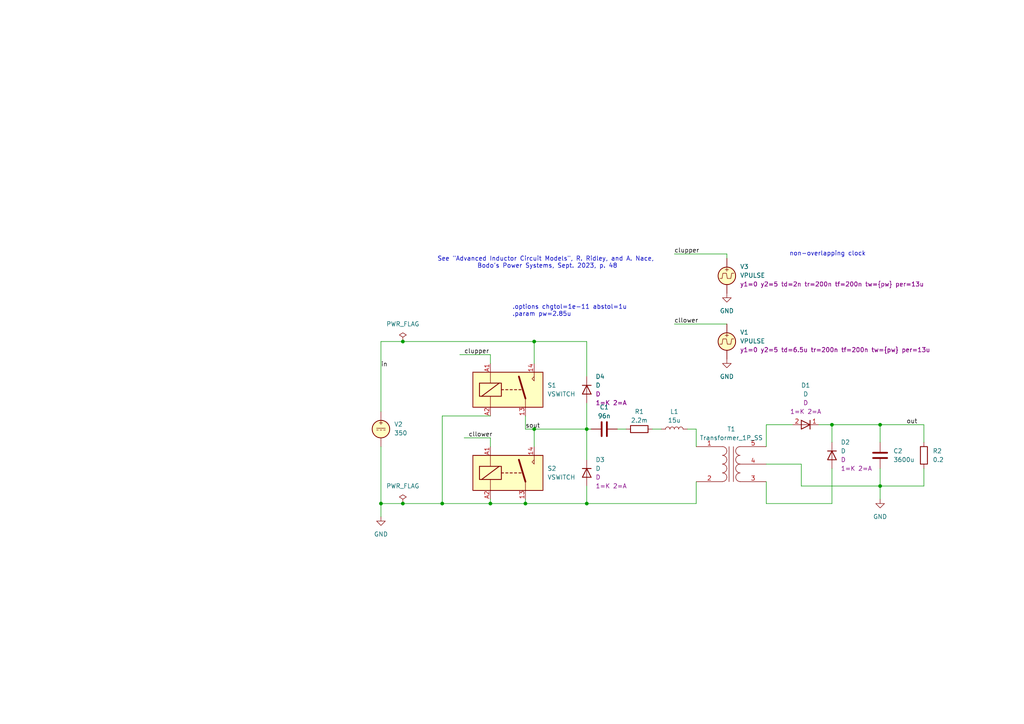
<source format=kicad_sch>
(kicad_sch (version 20230819) (generator eeschema)
  (paper "A4")
  (title_block (title "350 to 12 V, unregulated simple LLC converter") (company "Holger Vogt"))
  (lib_symbols
    (symbol "D_1" (pin_names (offset 1.016) hide)
      (property "Reference" "D" (at 0 2.54 0))
      (property "Value" "D" (at 0 -2.54 0))
      (property "Sim.Device" "D" (at 0 0 0))
      (property "Sim.Pins" "1=K 2=A" (at 0 0 0))
      (symbol "D_1_0_1"
        (polyline (pts (xy -1.27 1.27) (xy -1.27 -1.27)) (stroke (width 0.254)))
        (polyline (pts (xy 1.27 0) (xy -1.27 0)))
        (polyline (pts (xy 1.27 1.27) (xy 1.27 -1.27) (xy -1.27 0) (xy 1.27 1.27)) (stroke (width 0.254)))
      )
      (symbol "D_1_1_1"
        (pin passive line (at -3.81 0 0) (length 2.54) (name "K") (number "1"))
        (pin passive line (at 3.81 0 180) (length 2.54) (name "A") (number "2"))
      )
    )
    (symbol "Device:C" (pin_numbers hide) (pin_names (offset 0.254))
      (property "Reference" "C" (at 0.635 2.54 0))
      (property "Value" "C" (at 0.635 -2.54 0))
      (symbol "C_0_1"
        (polyline (pts (xy -2.032 -0.762) (xy 2.032 -0.762)) (stroke (width 0.508)))
        (polyline (pts (xy -2.032 0.762) (xy 2.032 0.762)) (stroke (width 0.508)))
      )
      (symbol "C_1_1"
        (pin passive line (at 0 3.81 270) (length 2.794) (name "~") (number "1"))
        (pin passive line (at 0 -3.81 90) (length 2.794) (name "~") (number "2"))
      )
    )
    (symbol "Device:L" (pin_numbers hide) (pin_names (offset 1.016) hide)
      (property "Reference" "L" (at -1.27 0 90))
      (property "Value" "L" (at 1.905 0 90))
      (symbol "L_0_1"
        (arc (start 0 -2.54) (mid 0.6323 -1.905) (end 0 -1.27))
        (arc (start 0 -1.27) (mid 0.6323 -0.635) (end 0 0))
        (arc (start 0 0) (mid 0.6323 0.635) (end 0 1.27))
        (arc (start 0 1.27) (mid 0.6323 1.905) (end 0 2.54))
      )
      (symbol "L_1_1"
        (pin passive line (at 0 3.81 270) (length 1.27) (name "1") (number "1"))
        (pin passive line (at 0 -3.81 90) (length 1.27) (name "2") (number "2"))
      )
    )
    (symbol "Device:R" (pin_numbers hide) (pin_names (offset 0))
      (property "Reference" "R" (at 2.032 0 90))
      (property "Value" "R" (at 0 0 90))
      (symbol "R_0_1"
        (rectangle (start -1.016 -2.54) (end 1.016 2.54) (stroke (width 0.254)))
      )
      (symbol "R_1_1"
        (pin passive line (at 0 3.81 270) (length 1.27) (name "~") (number "1"))
        (pin passive line (at 0 -3.81 90) (length 1.27) (name "~") (number "2"))
      )
    )
    (symbol "Device:Transformer_1P_SS" (pin_names (offset 1.016) hide)
      (property "Reference" "T" (at 0 6.35 0))
      (property "Value" "Transformer_1P_SS" (at 0 -7.62 0))
      (symbol "Transformer_1P_SS_0_1"
        (arc (start -2.54 -5.0546) (mid -1.6599 -4.6901) (end -1.27 -3.81))
        (arc (start -2.54 -2.5146) (mid -1.6599 -2.1501) (end -1.27 -1.27))
        (arc (start -2.54 0.0254) (mid -1.6599 0.3899) (end -1.27 1.27))
        (arc (start -2.54 2.5654) (mid -1.6599 2.9299) (end -1.27 3.81))
        (arc (start -1.27 -3.81) (mid -1.642 -2.912) (end -2.54 -2.54))
        (arc (start -1.27 -1.27) (mid -1.642 -0.372) (end -2.54 0))
        (arc (start -1.27 1.27) (mid -1.642 2.168) (end -2.54 2.54))
        (arc (start -1.27 3.81) (mid -1.642 4.708) (end -2.54 5.08))
        (polyline (pts (xy -0.635 5.08) (xy -0.635 -5.08)))
        (polyline (pts (xy 0.635 -5.08) (xy 0.635 5.08)))
        (arc (start 1.2954 -1.27) (mid 1.6599 -2.1501) (end 2.54 -2.5146))
        (arc (start 1.2954 1.27) (mid 1.6599 0.3899) (end 2.54 0.0254))
        (arc (start 1.2954 3.81) (mid 1.6599 2.9299) (end 2.54 2.5654))
        (arc (start 1.3208 -3.81) (mid 1.6853 -4.6901) (end 2.5654 -5.0546))
        (arc (start 2.54 0) (mid 1.642 -0.372) (end 1.2954 -1.27))
        (arc (start 2.54 2.54) (mid 1.642 2.168) (end 1.2954 1.27))
        (arc (start 2.54 5.08) (mid 1.642 4.708) (end 1.2954 3.81))
        (arc (start 2.5654 -2.54) (mid 1.6674 -2.912) (end 1.3208 -3.81))
      )
      (symbol "Transformer_1P_SS_1_1"
        (pin passive line (at -10.16 5.08 0) (length 7.62) (name "AA") (number "1"))
        (pin passive line (at -10.16 -5.08 0) (length 7.62) (name "AB") (number "2"))
        (pin passive line (at 10.16 -5.08 180) (length 7.62) (name "SA") (number "3"))
        (pin passive line (at 10.16 0 180) (length 7.62) (name "SC") (number "4"))
        (pin passive line (at 10.16 5.08 180) (length 7.62) (name "SB") (number "5"))
      )
    )
    (symbol "Relay:Relay_SPST-NO"
      (property "Reference" "K" (at 11.43 3.81 0))
      (property "Value" "Relay_SPST-NO" (at 11.43 1.27 0))
      (symbol "Relay_SPST-NO_0_0"
        (polyline (pts (xy 7.62 5.08) (xy 7.62 2.54) (xy 6.985 3.175) (xy 7.62 3.81)))
      )
      (symbol "Relay_SPST-NO_0_1"
        (rectangle (start -10.16 5.08) (end 10.16 -5.08) (stroke (width 0.254)) (fill (type background)))
        (rectangle (start -8.255 1.905) (end -1.905 -1.905) (stroke (width 0.254)))
        (polyline (pts (xy -7.62 -1.905) (xy -2.54 1.905)) (stroke (width 0.254)))
        (polyline (pts (xy -5.08 -5.08) (xy -5.08 -1.905)))
        (polyline (pts (xy -5.08 5.08) (xy -5.08 1.905)))
        (polyline (pts (xy -1.905 0) (xy -1.27 0)) (stroke (width 0.254)))
        (polyline (pts (xy -0.635 0) (xy 0 0)) (stroke (width 0.254)))
        (polyline (pts (xy 0.635 0) (xy 1.27 0)) (stroke (width 0.254)))
        (polyline (pts (xy 1.905 0) (xy 2.54 0)) (stroke (width 0.254)))
        (polyline (pts (xy 3.175 0) (xy 3.81 0)) (stroke (width 0.254)))
        (polyline (pts (xy 5.08 -2.54) (xy 3.175 3.81)) (stroke (width 0.508)))
        (polyline (pts (xy 5.08 -2.54) (xy 5.08 -5.08)))
      )
      (symbol "Relay_SPST-NO_1_1"
        (pin passive line (at 5.08 -7.62 90) (length 2.54) (name "~") (number "13"))
        (pin passive line (at 7.62 7.62 270) (length 2.54) (name "~") (number "14"))
        (pin passive line (at -5.08 7.62 270) (length 2.54) (name "~") (number "A1"))
        (pin passive line (at -5.08 -7.62 90) (length 2.54) (name "~") (number "A2"))
      )
    )
    (symbol "Simulation_SPICE:D" (pin_numbers hide) (pin_names (offset 1.016) hide)
      (property "Reference" "D" (at 0 2.54 0))
      (property "Value" "D" (at 0 -2.54 0))
      (property "Sim.Device" "D" (at 0 0 0))
      (property "Sim.Pins" "1=K 2=A" (at 0 0 0))
      (symbol "D_0_1"
        (polyline (pts (xy -1.27 1.27) (xy -1.27 -1.27)) (stroke (width 0.254)))
        (polyline (pts (xy 1.27 0) (xy -1.27 0)))
        (polyline (pts (xy 1.27 1.27) (xy 1.27 -1.27) (xy -1.27 0) (xy 1.27 1.27)) (stroke (width 0.254)))
      )
      (symbol "D_1_1"
        (pin passive line (at -3.81 0 0) (length 2.54) (name "K") (number "1"))
        (pin passive line (at 3.81 0 180) (length 2.54) (name "A") (number "2"))
      )
    )
    (symbol "Simulation_SPICE:VDC" (pin_numbers hide) (pin_names (offset 0.0254))
      (property "Reference" "V" (at 2.54 2.54 0))
      (property "Value" "1" (at 2.54 0 0))
      (symbol "VDC_0_0"
        (polyline (pts (xy -1.27 0.254) (xy 1.27 0.254)))
        (polyline (pts (xy -0.762 -0.254) (xy -1.27 -0.254)))
        (polyline (pts (xy 0.254 -0.254) (xy -0.254 -0.254)))
        (polyline (pts (xy 1.27 -0.254) (xy 0.762 -0.254)))
        (text "+" (at 0 1.905 0) (effects (font (size 1.27 1.27))))
      )
      (symbol "VDC_0_1"
        (circle (center 0 0) (radius 2.54) (stroke (width 0.254)) (fill (type background)))
      )
      (symbol "VDC_1_1"
        (pin passive line (at 0 5.08 270) (length 2.54) (name "~") (number "1"))
        (pin passive line (at 0 -5.08 90) (length 2.54) (name "~") (number "2"))
      )
    )
    (symbol "Simulation_SPICE:VPULSE" (pin_numbers hide) (pin_names (offset 0.0254))
      (property "Reference" "V" (at 2.54 2.54 0))
      (property "Value" "VPULSE" (at 2.54 0 0))
      (property "Sim.Params" "y1=0 y2=1 td=2n tr=2n tf=2n tw=50n per=100n" (at 2.54 -2.54 0))
      (symbol "VPULSE_0_0"
        (polyline (pts (xy -2.032 -0.762) (xy -1.397 -0.762) (xy -1.143 0.762) (xy -0.127 0.762) (xy 0.127 -0.762) (xy 1.143 -0.762) (xy 1.397 0.762) (xy 2.032 0.762)))
        (text "+" (at 0 1.905 0) (effects (font (size 1.27 1.27))))
      )
      (symbol "VPULSE_0_1"
        (circle (center 0 0) (radius 2.54) (stroke (width 0.254)) (fill (type background)))
      )
      (symbol "VPULSE_1_1"
        (pin passive line (at 0 5.08 270) (length 2.54) (name "~") (number "1"))
        (pin passive line (at 0 -5.08 90) (length 2.54) (name "~") (number "2"))
      )
    )
    (symbol "power:GND" (power) (pin_names (offset 0))
      (property "Value" "GND" (at 0 -3.81 0))
      (symbol "GND_0_1"
        (polyline (pts (xy 0 0) (xy 0 -1.27) (xy 1.27 -1.27) (xy 0 -2.54) (xy -1.27 -1.27) (xy 0 -1.27)))
      )
      (symbol "GND_1_1"
        (pin power_in line (at 0 0 270) (length 0) hide (name "GND") (number "1"))
      )
    )
    (symbol "power:PWR_FLAG" (power) (pin_numbers hide) (pin_names (offset 0) hide)
      (property "Value" "PWR_FLAG" (at 0 3.81 0))
      (symbol "PWR_FLAG_0_0"
        (pin power_out line (at 0 0 90) (length 0) (name "pwr") (number "1"))
      )
      (symbol "PWR_FLAG_0_1"
        (polyline (pts (xy 0 0) (xy 0 1.27) (xy -1.016 1.905) (xy 0 2.54) (xy 1.016 1.905) (xy 0 1.27)))
      )
    )
  )
  (junction (at 152.4 146.05))
  (junction (at 170.18 124.46))
  (junction (at 154.94 99.06))
  (junction (at 128.27 146.05))
  (junction (at 255.27 140.97))
  (junction (at 255.27 123.19))
  (junction (at 142.24 146.05))
  (junction (at 170.18 146.05))
  (junction (at 116.84 99.06))
  (junction (at 116.84 146.05))
  (junction (at 154.94 124.46))
  (junction (at 110.49 146.05))
  (junction (at 241.3 123.19))
  (wire (pts (xy 201.93 124.46) (xy 201.93 129.54)))
  (wire (pts (xy 255.27 135.89) (xy 255.27 140.97)))
  (wire (pts (xy 142.24 144.78) (xy 142.24 146.05)))
  (wire (pts (xy 222.25 129.54) (xy 222.25 123.19)))
  (wire (pts (xy 255.27 123.19) (xy 267.97 123.19)))
  (wire (pts (xy 241.3 146.05) (xy 241.3 135.89)))
  (wire (pts (xy 142.24 129.54) (xy 142.24 127)))
  (wire (pts (xy 199.39 124.46) (xy 201.93 124.46)))
  (wire (pts (xy 142.24 120.65) (xy 128.27 120.65)))
  (wire (pts (xy 237.49 123.19) (xy 241.3 123.19)))
  (wire (pts (xy 154.94 124.46) (xy 154.94 129.54)))
  (wire (pts (xy 116.84 146.05) (xy 128.27 146.05)))
  (wire (pts (xy 195.58 73.66) (xy 210.82 73.66)))
  (wire (pts (xy 152.4 144.78) (xy 152.4 146.05)))
  (wire (pts (xy 110.49 146.05) (xy 110.49 149.86)))
  (wire (pts (xy 267.97 123.19) (xy 267.97 128.27)))
  (wire (pts (xy 154.94 99.06) (xy 170.18 99.06)))
  (wire (pts (xy 110.49 119.38) (xy 110.49 99.06)))
  (wire (pts (xy 154.94 99.06) (xy 154.94 105.41)))
  (wire (pts (xy 170.18 99.06) (xy 170.18 109.22)))
  (wire (pts (xy 154.94 124.46) (xy 170.18 124.46)))
  (wire (pts (xy 191.77 124.46) (xy 189.23 124.46)))
  (wire (pts (xy 201.93 139.7) (xy 201.93 146.05)))
  (wire (pts (xy 152.4 124.46) (xy 154.94 124.46)))
  (wire (pts (xy 241.3 123.19) (xy 255.27 123.19)))
  (wire (pts (xy 255.27 123.19) (xy 255.27 128.27)))
  (wire (pts (xy 116.84 99.06) (xy 154.94 99.06)))
  (wire (pts (xy 222.25 123.19) (xy 229.87 123.19)))
  (wire (pts (xy 241.3 123.19) (xy 241.3 128.27)))
  (wire (pts (xy 170.18 146.05) (xy 201.93 146.05)))
  (wire (pts (xy 142.24 105.41) (xy 142.24 102.87)))
  (wire (pts (xy 170.18 140.97) (xy 170.18 146.05)))
  (wire (pts (xy 195.58 93.98) (xy 210.82 93.98)))
  (wire (pts (xy 170.18 124.46) (xy 170.18 133.35)))
  (wire (pts (xy 222.25 146.05) (xy 241.3 146.05)))
  (wire (pts (xy 170.18 124.46) (xy 171.45 124.46)))
  (wire (pts (xy 110.49 146.05) (xy 116.84 146.05)))
  (wire (pts (xy 267.97 140.97) (xy 267.97 135.89)))
  (wire (pts (xy 128.27 120.65) (xy 128.27 146.05)))
  (wire (pts (xy 179.07 124.46) (xy 181.61 124.46)))
  (wire (pts (xy 222.25 146.05) (xy 222.25 139.7)))
  (wire (pts (xy 110.49 99.06) (xy 116.84 99.06)))
  (wire (pts (xy 133.35 102.87) (xy 142.24 102.87)))
  (wire (pts (xy 110.49 146.05) (xy 110.49 129.54)))
  (wire (pts (xy 170.18 116.84) (xy 170.18 124.46)))
  (wire (pts (xy 134.62 127) (xy 142.24 127)))
  (wire (pts (xy 142.24 146.05) (xy 152.4 146.05)))
  (wire (pts (xy 210.82 74.93) (xy 210.82 73.66)))
  (wire (pts (xy 255.27 140.97) (xy 255.27 144.78)))
  (wire (pts (xy 255.27 140.97) (xy 232.41 140.97)))
  (wire (pts (xy 255.27 140.97) (xy 267.97 140.97)))
  (wire (pts (xy 232.41 134.62) (xy 222.25 134.62)))
  (wire (pts (xy 128.27 146.05) (xy 142.24 146.05)))
  (wire (pts (xy 152.4 120.65) (xy 152.4 124.46)))
  (wire (pts (xy 232.41 140.97) (xy 232.41 134.62)))
  (wire (pts (xy 152.4 146.05) (xy 170.18 146.05)))
  (text ".options chgtol=1e-11 abstol=1u\n.param pw=2.85u" (at 148.59 90.17 0) (effects (font (size 1.27 1.27)) (justify left)))
  (text "See \"Advanced Inductor Circuit Models\", R. Ridley, and A. Nace, \nBodo's Power Systems, Sept. 2023, p. 48" (at 158.75 76.2 0) (effects (font (size 1.27 1.27))))
  (text "non-overlapping clock" (at 240.03 73.66 0) (effects (font (size 1.27 1.27))))
  (label "clupper" (at 134.62 102.87 0))
  (label "cllower" (at 195.58 93.98 0))
  (label "in" (at 110.49 106.68 0))
  (label "out" (at 262.89 123.19 0))
  (label "sout" (at 152.4 124.46 0))
  (label "cllower" (at 135.89 127 0))
  (label "clupper" (at 195.58 73.66 0))
  (symbol (lib_id "power:GND") (at 110.49 149.86 0) (unit 1)
    (property "Reference" "#PWR01" (effects hide))
    (property "Value" "GND" (at 110.49 154.94 0))
    (property "Description" "Power symbol creates a global label with name \"GND\" , ground" (effects hide))
  )
  (symbol (lib_id "Simulation_SPICE:VDC") (at 110.49 124.46 0) (unit 1)
    (property "Reference" "V2" (at 114.3 123.0601 0) (effects (justify left)))
    (property "Value" "350" (at 114.3 125.6001 0) (effects (justify left)))
    (property "Description" "Voltage source, DC" (effects hide))
    (property "Sim.Pins" "1=+ 2=-" (effects hide))
    (property "Sim.Type" "DC" (effects hide))
    (property "Sim.Device" "V" (effects hide))
  )
  (symbol (lib_id "Device:R") (at 267.97 132.08 0) (unit 1)
    (property "Reference" "R2" (at 270.51 130.8099 0) (effects (justify left)))
    (property "Value" "0.2" (at 270.51 133.3499 0) (effects (justify left)))
    (property "Description" "Resistor" (effects hide))
  )
  (symbol (lib_id "Simulation_SPICE:D") (at 241.3 132.08 270) (unit 1)
    (property "Reference" "D2" (at 243.84 128.2699 90) (effects (justify left)))
    (property "Value" "D" (at 243.84 130.8099 90) (effects (justify left)))
    (property "Description" "Diode for simulation or PCB" (effects hide))
    (property "Sim.Device" "D" (at 243.84 133.3499 90) (effects (justify left)))
    (property "Sim.Pins" "1=K 2=A" (at 243.84 135.8899 90) (effects (justify left)))
  )
  (symbol (lib_id "power:PWR_FLAG") (at 116.84 99.06 0) (unit 1)
    (property "Reference" "#FLG01" (effects hide))
    (property "Value" "PWR_FLAG" (at 116.84 93.98 0))
    (property "Description" "Special symbol for telling ERC where power comes from" (effects hide))
  )
  (symbol (lib_id "power:GND") (at 210.82 85.09 0) (unit 1)
    (property "Reference" "#PWR04" (effects hide))
    (property "Value" "GND" (at 210.82 90.17 0))
    (property "Description" "Power symbol creates a global label with name \"GND\" , ground" (effects hide))
  )
  (symbol (lib_id "Simulation_SPICE:D") (at 170.18 137.16 270) (unit 1)
    (property "Reference" "D3" (at 172.72 133.3499 90) (effects (justify left)))
    (property "Value" "D" (at 172.72 135.8899 90) (effects (justify left)))
    (property "Description" "Diode for simulation or PCB" (effects hide))
    (property "Sim.Device" "D" (at 172.72 138.4299 90) (effects (justify left)))
    (property "Sim.Pins" "1=K 2=A" (at 172.72 140.9699 90) (effects (justify left)))
  )
  (symbol (lib_name "D_1") (lib_id "Simulation_SPICE:D") (at 233.68 123.19 0) (mirror y) (unit 1)
    (property "Reference" "D1" (at 233.68 111.76 0))
    (property "Value" "D" (at 233.68 114.3 0))
    (property "Description" "Diode for simulation or PCB" (effects hide))
    (property "Sim.Device" "D" (at 233.68 116.84 0))
    (property "Sim.Pins" "1=K 2=A" (at 233.68 119.38 0))
  )
  (symbol (lib_id "Device:R") (at 185.42 124.46 90) (unit 1)
    (property "Reference" "R1" (at 185.42 119.38 90))
    (property "Value" "2.2m" (at 185.42 121.92 90))
    (property "Description" "Resistor" (effects hide))
  )
  (symbol (lib_id "Simulation_SPICE:VPULSE") (at 210.82 99.06 0) (unit 1)
    (property "Reference" "V1" (at 214.63 96.3901 0) (effects (justify left)))
    (property "Value" "VPULSE" (at 214.63 98.9301 0) (effects (justify left)))
    (property "Description" "Voltage source, pulse" (effects hide))
    (property "Sim.Pins" "1=+ 2=-" (effects hide))
    (property "Sim.Type" "PULSE" (effects hide))
    (property "Sim.Device" "V" (effects hide))
    (property "Sim.Params" "y1=0 y2=5 td=6.5u tr=200n tf=200n tw={pw} per=13u" (at 214.63 101.4701 0) (effects (justify left)))
  )
  (symbol (lib_id "Device:C") (at 175.26 124.46 90) (unit 1)
    (property "Reference" "C1" (at 175.26 118.11 90))
    (property "Value" "96n" (at 175.26 120.65 90))
    (property "Description" "Unpolarized capacitor" (effects hide))
  )
  (symbol (lib_id "Device:Transformer_1P_SS") (at 212.09 134.62 0) (unit 1)
    (property "Reference" "T1" (at 212.1027 124.46 0))
    (property "Value" "Transformer_1P_SS" (at 212.1027 127 0))
    (property "Description" "Transformer, single primary, split secondary" (effects hide))
    (property "Sim.Library" "models.lib" (effects hide))
    (property "Sim.Name" "L1L2L3" (effects hide))
    (property "Sim.Device" "SUBCKT" (effects hide))
    (property "Sim.Pins" "1=p1 2=p2 3=s1 4=s2 5=s3" (effects hide))
  )
  (symbol (lib_id "Device:C") (at 255.27 132.08 0) (unit 1)
    (property "Reference" "C2" (at 259.08 130.8099 0) (effects (justify left)))
    (property "Value" "3600u" (at 259.08 133.3499 0) (effects (justify left)))
    (property "Description" "Unpolarized capacitor" (effects hide))
  )
  (symbol (lib_id "Simulation_SPICE:D") (at 170.18 113.03 270) (unit 1)
    (property "Reference" "D4" (at 172.72 109.2199 90) (effects (justify left)))
    (property "Value" "D" (at 172.72 111.7599 90) (effects (justify left)))
    (property "Description" "Diode for simulation or PCB" (effects hide))
    (property "Sim.Device" "D" (at 172.72 114.2999 90) (effects (justify left)))
    (property "Sim.Pins" "1=K 2=A" (at 172.72 116.8399 90) (effects (justify left)))
  )
  (symbol (lib_id "Relay:Relay_SPST-NO") (at 147.32 113.03 0) (unit 1)
    (property "Reference" "S1" (at 158.75 111.7599 0) (effects (justify left)))
    (property "Value" "VSWITCH" (at 158.75 114.2999 0) (effects (justify left)))
    (property "Description" "Relay SPST, Normally Open, EN50005" (effects hide))
    (property "Sim.Library" "models.lib" (effects hide))
    (property "Sim.Name" "sw1" (effects hide))
    (property "Sim.Device" "SUBCKT" (effects hide))
    (property "Sim.Pins" "13=out- 14=out+ A1=in+ A2=in-" (effects hide))
  )
  (symbol (lib_id "power:PWR_FLAG") (at 116.84 146.05 0) (unit 1)
    (property "Reference" "#FLG02" (effects hide))
    (property "Value" "PWR_FLAG" (at 116.84 140.97 0))
    (property "Description" "Special symbol for telling ERC where power comes from" (effects hide))
  )
  (symbol (lib_id "Simulation_SPICE:VPULSE") (at 210.82 80.01 0) (unit 1)
    (property "Reference" "V3" (at 214.63 77.3401 0) (effects (justify left)))
    (property "Value" "VPULSE" (at 214.63 79.8801 0) (effects (justify left)))
    (property "Description" "Voltage source, pulse" (effects hide))
    (property "Sim.Pins" "1=+ 2=-" (effects hide))
    (property "Sim.Type" "PULSE" (effects hide))
    (property "Sim.Device" "V" (effects hide))
    (property "Sim.Params" "y1=0 y2=5 td=2n tr=200n tf=200n tw={pw} per=13u" (at 214.63 82.4201 0) (effects (justify left)))
  )
  (symbol (lib_id "power:GND") (at 255.27 144.78 0) (unit 1)
    (property "Reference" "#PWR02" (effects hide))
    (property "Value" "GND" (at 255.27 149.86 0))
    (property "Description" "Power symbol creates a global label with name \"GND\" , ground" (effects hide))
  )
  (symbol (lib_id "power:GND") (at 210.82 104.14 0) (unit 1)
    (property "Reference" "#PWR03" (effects hide))
    (property "Value" "GND" (at 210.82 109.22 0))
    (property "Description" "Power symbol creates a global label with name \"GND\" , ground" (effects hide))
  )
  (symbol (lib_id "Relay:Relay_SPST-NO") (at 147.32 137.16 0) (unit 1)
    (property "Reference" "S2" (at 158.75 135.8899 0) (effects (justify left)))
    (property "Value" "VSWITCH" (at 158.75 138.4299 0) (effects (justify left)))
    (property "Description" "Relay SPST, Normally Open, EN50005" (effects hide))
    (property "Sim.Library" "models.lib" (effects hide))
    (property "Sim.Name" "sw1" (effects hide))
    (property "Sim.Device" "SUBCKT" (effects hide))
    (property "Sim.Pins" "13=out- 14=out+ A1=in+ A2=in-" (effects hide))
  )
  (symbol (lib_id "Device:L") (at 195.58 124.46 90) (unit 1)
    (property "Reference" "L1" (at 195.58 119.38 90))
    (property "Value" "15u" (at 195.58 121.92 90))
    (property "Description" "Inductor" (effects hide))
  )
)
</source>
